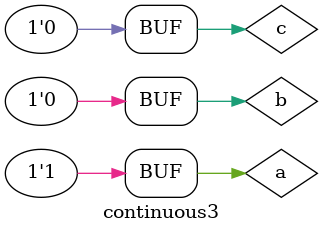
<source format=v>
module continuous3;
wire a,b,c;
assign a=1'b1, b=1'b0, c=1'd2;
endmodule

</source>
